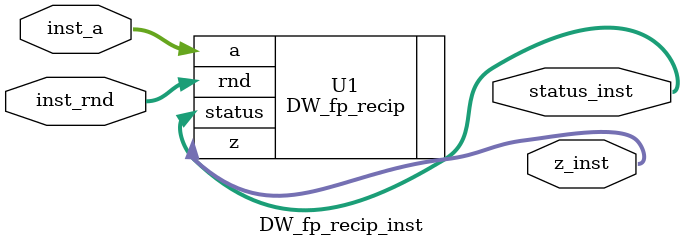
<source format=v>

module CNN(
    //Input Port
    clk,
    rst_n,
    in_valid,
    Img,
    Kernel,
	Weight,
    Opt,

    //Output Port
    out_valid,
    out
    );


//---------------------------------------------------------------------
//   PARAMETER
//---------------------------------------------------------------------

// IEEE floating point parameter
parameter inst_sig_width = 23;
parameter inst_exp_width = 8;
parameter inst_ieee_compliance = 0;
parameter inst_arch_type = 0;
parameter inst_arch = 0;
parameter inst_faithful_round = 0;

input rst_n, clk, in_valid;
input [inst_sig_width+inst_exp_width:0] Img, Kernel, Weight;
input [1:0] Opt;

output reg	out_valid;
output reg [inst_sig_width+inst_exp_width:0] out;


wire [31:0] pixel_out0;
wire [31:0] pixel_out1;
wire [31:0] pixel_out2;
wire [31:0] nxt_out0;
wire [31:0] nxt_out1;
wire [31:0] nxt_out2;
wire ready;


reg [6:0] input_cnt;
always @(posedge clk or negedge rst_n) begin
    if (!rst_n) input_cnt <= 7'd0;
    else begin
       if (in_valid) input_cnt <= input_cnt + 1'b1;
       else          input_cnt <= 7'd0;
    end
end


reg [1:0] s_opt; 
always @(posedge clk or negedge rst_n) begin
    if (!rst_n) s_opt <= 2'b0;
    else begin
        if (in_valid && input_cnt == 0) s_opt <= Opt;
        else                            s_opt <= s_opt;
    end
end
 

out_pixel pix1(
    .clk(clk), .rst_n(rst_n), .in_valid(in_valid), .Opt_0(s_opt[1]), .ready(ready), .reset_sig(out_valid), .pixel_in(Img),
    .pixel_out0(pixel_out0),
    .pixel_out1(pixel_out1), .pixel_out2(pixel_out2),
    .nxt_out0(nxt_out0),
    .nxt_out1(nxt_out1), .nxt_out2(nxt_out2)
);

wire [31:0] k00, k01, k02;
wire [31:0] k10, k11, k12;
wire [31:0] k20, k21, k22;
wire [31:0] nxt_k00, nxt_k01;
wire [31:0] nxt_k10, nxt_k11;
wire [31:0] nxt_k20, nxt_k21;

out_kernel k1(
    .clk(clk), .rst_n(rst_n), .in_valid(in_valid), .reset_sig(out_valid), .kernel_in(Kernel),
    .nxt_k00(nxt_k00), .nxt_k01(nxt_k01),
    .nxt_k10(nxt_k10), .nxt_k11(nxt_k11),
    .nxt_k20(nxt_k20), .nxt_k21(nxt_k21), .k00(k00), .k01(k01), .k02(k02),
    .k10(k10), .k11(k11), .k12(k12),
    .k20(k20), .k21(k21), .k22(k22)
);

wire [31:0] sum;
out_pearray pa1(
    .clk(clk), .rst_n(rst_n), .PE_in_en(ready),
    .k00(k00), .k01(k01), .k02(k02),
    .k10(k10), .k11(k11), .k12(k12),
    .k20(k20), .k21(k21), .k22(k22),
    .nxt_k00(nxt_k00), .nxt_k01(nxt_k01), .nxt_k10(nxt_k10), .nxt_k11(nxt_k11),
    .nxt_k20(nxt_k20), .nxt_k21(nxt_k21),
    .pixel_in0(pixel_out0), .pixel_in1(pixel_out1), .pixel_in2(pixel_out2),
    .nxt_in0(nxt_out0), .nxt_in1(nxt_out1), .nxt_in2(nxt_out2),
    .sum(sum)
);

wire [31:0] conv_out;
wire [5:0] feature_cnt;
wire pooling_ready;
out_convolution cr1(
    .clk(clk), .rst_n(rst_n), .ready(ready), .reset_signal(out_valid), .sum(sum), .conv_out(conv_out), .feature_cnt(feature_cnt)
);



wire [31:0] out_pooling;
Max_pooling mp1(
    .clk(clk), .rst_n(rst_n), .feature_cnt(feature_cnt), .conv_out(conv_out), .reset_signal(out_valid),
    .out_pooling(out_pooling), .pooling_ready(pooling_ready)
);

wire [31:0] out_fc;
wire [3:0] fc_cnt;
FC_normal fc1(
    .clk(clk), .rst_n(rst_n), .weight(Weight), .out_pooling(out_pooling), .pooling_ready(pooling_ready), .input_cnt(input_cnt), 
    .in_valid(in_valid), .reset_signal(out_valid),
    .out_fc(out_fc), .fc_cnt(fc_cnt)
);

wire [31:0] biggest, smallest, min_max_output;
wire norm_ready;
Normalization N1(
    .clk(clk), .rst_n(rst_n), .reset_signal(in_valid), .out_fc(out_fc), .fc_cnt(fc_cnt), 
    .biggest(biggest), .smallest(smallest), .min_max_output(min_max_output), .norm_ready(norm_ready)
);



wire [31:0] act_out;
wire act_ready;
Activation A1(
    .clk(clk), .rst_n(rst_n), .biggest(biggest), .smallest(smallest), .min_max_output(min_max_output), .norm_ready(norm_ready), .s_opt(s_opt), .fc_cnt(fc_cnt),
    .act_ready(act_ready), .act_out(act_out)
);


always @ (posedge clk, negedge rst_n) begin
    if(!rst_n) begin
        out_valid <= 0;
        out <= 0;
    end
    else begin
        if(act_ready && !in_valid) begin
            out_valid <= 1;
            out <= act_out;
        end
        else begin
            out_valid <= 0;
            out <= 0;
        end
    end
end


endmodule

module out_pixel(
    clk, rst_n, in_valid, Opt_0, ready, reset_sig,
    pixel_in,
    pixel_out0,
    pixel_out1,
    pixel_out2,
    nxt_out0,
    nxt_out1,
    nxt_out2
);
input  clk, rst_n, in_valid, Opt_0, reset_sig; // Opt_0 = 1'b0 -> Replication Padding, Opt_0 = 1'b1 -> Zero Padding 
input  [31:0] pixel_in;
output reg [31:0] pixel_out0, pixel_out1, pixel_out2;
output reg [31:0] nxt_out0, nxt_out1, nxt_out2;
output reg ready;

reg [31:0] p11, p12, p13, p14;
reg [31:0] p21, p22, p23, p24;
reg [31:0] p31, p32, p33, p34;
reg [31:0] p41, p42, p43, p44;

reg [31:0] Corner0, Corner1, Corner2, Corner3; 
reg [31:0] Up0, Up1; 
reg [31:0] Down0, Down1; 
reg [31:0] Left0, Left1; 
reg [31:0] Right0, Right1; 

reg [3:0] in_cnt;
always @(posedge clk or negedge rst_n) begin
    if (!rst_n) in_cnt <= 4'd0;
    else begin
        if (in_valid) in_cnt <= in_cnt + 1'b1; 
        else          in_cnt <= 4'd0;
    end
end

always @* begin
    if (!Opt_0) begin
        Corner0 = 32'd0; Corner1 = 32'd0; Corner2 = 32'd0; Corner3 = 32'd0;
        Up0 = 32'd0; Up1 = 32'd0; Down0 = 32'd0; Down1 = 32'd0;
        Left0 = 32'd0; Left1 = 32'd0; Right0 = 32'd0; Right1 = 32'd0;
    end
    else begin
        Corner0 = p11; Corner1 = p14; Corner2 = p41; Corner3 = p44;
        Up0 = p12; Up1 = p13; Down0 = p42; Down1 = p43;
        Left0 = p21; Left1 = p31; Right0 = p24; Right1 = p34;
    end
end


reg [4:0] out_cnt;
always @(posedge clk or negedge rst_n) begin
    if (!rst_n) begin
        out_cnt <= 5'd0;
        ready   <= 1'b0;
    end
    else begin
        if (reset_sig) begin
            out_cnt <= 5'd0;
            ready   <= 1'b0;
        end
        else begin
            if (in_cnt < 4'd6 && !ready) begin // can start output data after in_cnt > 5
                out_cnt <= out_cnt;
                ready   <= ready;
            end
            else begin
                ready   <= 1'b1;
                if (out_cnt == 5'd18) out_cnt <= 5'd3;
                else                  out_cnt <= out_cnt + 1;
            end
        end
    end
end

always @* begin
    case (out_cnt)
        5'd1: begin
            pixel_out0 = Corner0; nxt_out0 = Up0;
            pixel_out1 = Corner0; nxt_out1 = p12;
            pixel_out2 = Left0; nxt_out2 = p22;
        end
        5'd2: begin
            pixel_out0 = Corner0;  nxt_out0 = Up1; 
            pixel_out1 = p11; nxt_out1 = p13;
            pixel_out2 = p21; nxt_out2 = p23;  
        end
        5'd3: begin
            pixel_out0 = Up0;  nxt_out0 = Corner1; 
            pixel_out1 = p12; nxt_out1 = p14;
            pixel_out2 = p22; nxt_out2 = p24;  
        end
        5'd4: begin
            pixel_out0 = Up1;  nxt_out0 = Corner1; 
            pixel_out1 = p13; nxt_out1 = Corner1;
            pixel_out2 = p23; nxt_out2 = Right0;  
        end
        5'd5: begin
            pixel_out0 = Corner1;  nxt_out0 = Corner0; 
            pixel_out1 = p14; nxt_out1 = Left0;
            pixel_out2 = p24; nxt_out2 = Left1;  
        end
        5'd6: begin
            pixel_out0 = Corner1; nxt_out0 = p11; 
            pixel_out1 = Corner1; nxt_out1 = p21;
            pixel_out2 = Right0; nxt_out2 = p31;  
        end
        5'd7: begin
            pixel_out0 = p12; nxt_out0 = p14; 
            pixel_out1 = p22; nxt_out1 = p24;
            pixel_out2 = p32; nxt_out2 = p34;  
        end
        5'd8: begin
            pixel_out0 = p13; nxt_out0 = Corner1; 
            pixel_out1 = p23; nxt_out1 = Right0;
            pixel_out2 = p33; nxt_out2 = Right1;  
        end
        5'd9: begin
            pixel_out0 = p14; nxt_out0 = Left0; 
            pixel_out1 = p24; nxt_out1 = Left1;
            pixel_out2 = p34; nxt_out2 = Corner2;  
        end
        5'd10: begin
            pixel_out0 = Corner1; nxt_out0 = p21; 
            pixel_out1 = Right0; nxt_out1 = p31;
            pixel_out2 = Right1; nxt_out2 = p41;  
        end
        5'd11: begin
            pixel_out0 = p22; nxt_out0 = p24; 
            pixel_out1 = p32; nxt_out1 = p34;
            pixel_out2 = p42; nxt_out2 = p44;  
        end
        5'd12: begin
            pixel_out0 = p23; nxt_out0 = Right0; 
            pixel_out1 = p33; nxt_out1 = Right1;
            pixel_out2 = p43; nxt_out2 = Corner3;  
        end
        5'd13: begin
            pixel_out0 = p24; nxt_out0 = Left1; 
            pixel_out1 = p34; nxt_out1 = Corner2;
            pixel_out2 = p44; nxt_out2 = Corner2;  
        end
        5'd14: begin
            pixel_out0 = Right0; nxt_out0 = p31; 
            pixel_out1 = Right1; nxt_out1 = p41;
            pixel_out2 = Corner3; nxt_out2 = Corner2;  
        end
        5'd15: begin
            pixel_out0 = p32; nxt_out0 = p34; 
            pixel_out1 = p42; nxt_out1 = p44;
            pixel_out2 = Down0;  nxt_out2 = Corner3;  
        end 
        5'd16: begin
            pixel_out0 = p33; nxt_out0 = Right1; 
            pixel_out1 = p43; nxt_out1 = Corner3;
            pixel_out2 = Down1;  nxt_out2 = Corner3;  
        end
        5'd17: begin
            pixel_out0 = p34; nxt_out0 = Corner0; 
            pixel_out1 = p44; nxt_out1 = Corner0;
            pixel_out2 = Corner3;  nxt_out2 = Left0;  
        end
        5'd18: begin
            pixel_out0 = Right1; nxt_out0 = Corner0; 
            pixel_out1 = Corner3; nxt_out1 = p11;
            pixel_out2 = Corner3; nxt_out2 = p21;  
        end
        default: begin
            pixel_out0 = 32'd0; nxt_out0 = 32'd0;
            pixel_out1 = 32'd0; nxt_out1 = 32'd0;
            pixel_out2 = 32'd0; nxt_out2 = 32'd0;  
        end
    endcase
end

always @(posedge clk or negedge rst_n) begin
    if (!rst_n) begin
        p11 <= 32'd0;  p12 <= 32'd0;  p13 <= 32'd0;  p14 <= 32'd0;
        p21 <= 32'd0;  p22 <= 32'd0;  p23 <= 32'd0;  p24 <= 32'd0;
        p31 <= 32'd0;  p32 <= 32'd0;  p33 <= 32'd0;  p34 <= 32'd0;
        p41 <= 32'd0;  p42 <= 32'd0;  p43 <= 32'd0;  p44 <= 32'd0;
    end
    else begin
        if (in_valid) begin
            case (in_cnt)
                4'd0 : p11 <= pixel_in;
                4'd1 : p12 <= pixel_in;
                4'd2 : p13 <= pixel_in;
                4'd3 : p14 <= pixel_in;
                4'd4 : p21 <= pixel_in;
                4'd5 : p22 <= pixel_in;
                4'd6 : p23 <= pixel_in;
                4'd7 : p24 <= pixel_in;
                4'd8 : p31 <= pixel_in;
                4'd9 : p32 <= pixel_in;
                4'd10: p33 <= pixel_in;
                4'd11: p34 <= pixel_in;
                4'd12: p41 <= pixel_in;
                4'd13: p42 <= pixel_in;
                4'd14: p43 <= pixel_in;
                4'd15: p44 <= pixel_in;
            endcase
        end
        else begin
            p11 <= p11;  p12 <= p12;  p13 <= p13;  p14 <= p14;
            p21 <= p21;  p22 <= p22;  p23 <= p23;  p24 <= p24;
            p31 <= p31;  p32 <= p32;  p33 <= p33;  p34 <= p34;
            p41 <= p41;  p42 <= p42;  p43 <= p43;  p44 <= p44;
        end
    end
end




endmodule

module out_kernel(
    clk, rst_n, in_valid, reset_sig,
    kernel_in,
    k00, k01, k02,
    k10, k11, k12,
    k20, k21, k22,
    nxt_k00, nxt_k01,
    nxt_k10, nxt_k11,
    nxt_k20, nxt_k21
);
input  clk, rst_n, in_valid, reset_sig; // Opt_0 = 1'b0 -> Replication Padding, Opt_0 = 1'b1 -> Zero Padding 
input  [31:0] kernel_in;
output reg [31:0] k00, k01, k02;
output reg [31:0] k10, k11, k12;
output reg [31:0] k20, k21, k22;
output reg [31:0] nxt_k00, nxt_k01;
output reg [31:0] nxt_k10, nxt_k11;
output reg [31:0] nxt_k20, nxt_k21;

// kernel
reg [31:0] k00_0, k01_0, k02_0;
reg [31:0] k10_0, k11_0, k12_0;
reg [31:0] k20_0, k21_0, k22_0;

reg [31:0] k00_1, k01_1, k02_1;
reg [31:0] k10_1, k11_1, k12_1;
reg [31:0] k20_1, k21_1, k22_1;

reg [31:0] k00_2, k01_2, k02_2;
reg [31:0] k10_2, k11_2, k12_2;
reg [31:0] k20_2, k21_2, k22_2;


reg [4:0] in_cnt;
always @(posedge clk or negedge rst_n) begin
    if (!rst_n) in_cnt <= 5'd0;
    else begin
        if (in_valid) begin 
            if (in_cnt < 5'd27) in_cnt <= in_cnt + 1'b1;
            else                in_cnt <= in_cnt;
        end 
        else          in_cnt <= 5'd0;
    end
end

reg [5:0] out_cnt;
reg ready;
always @(posedge clk or negedge rst_n) begin
    if (!rst_n) begin
        out_cnt <= 6'd0;
        ready   <= 1'b0;
    end
    else begin
        if (reset_sig) begin
            out_cnt <= 6'd0;
            ready   <= 1'b0;
        end
        else begin
            if (in_cnt < 4'd6 && !ready) begin // can start output data after in_cnt > 5
                out_cnt <= out_cnt;
                ready   <= ready;
            end
            else begin
                ready   <= 1'b1;
                if (out_cnt == 6'd50) out_cnt <= 6'd3;
                else                  out_cnt <= out_cnt + 1;
            end
        end 
    end
end

always @* begin
    case (out_cnt)
        6'd1, 6'd2, 6'd3, 6'd4, 6'd5, 6'd6, 6'd7, 6'd8, 6'd9, 6'd10,
        6'd11, 6'd12, 6'd13, 6'd14, 6'd15, 6'd16, 6'd17, 6'd18: begin
            k00 = k00_0; k01 = k01_0; k02 = k02_0;
            k10 = k10_0; k11 = k11_0; k12 = k12_0;
            k20 = k20_0; k21 = k21_0; k22 = k22_0;
            nxt_k00 = k00_1; nxt_k01 = k01_1;
            nxt_k10 = k10_1; nxt_k11 = k11_1;
            nxt_k20 = k20_1; nxt_k21 = k21_1;
        end
        6'd19, 6'd20, 6'd21, 6'd22, 6'd23, 6'd24, 6'd25, 6'd26, 6'd27, 6'd28, 
        6'd29, 6'd30, 6'd31, 6'd32, 6'd33, 6'd34: begin
            k00 = k00_1; k01 = k01_1; k02 = k02_1;
            k10 = k10_1; k11 = k11_1; k12 = k12_1;
            k20 = k20_1; k21 = k21_1; k22 = k22_1;
            nxt_k00 = k00_2; nxt_k01 = k01_2;
            nxt_k10 = k10_2; nxt_k11 = k11_2;
            nxt_k20 = k20_2; nxt_k21 = k21_2;
        end
        6'd35, 6'd36, 6'd37, 6'd38, 6'd39, 6'd40, 6'd41, 6'd42, 6'd43, 6'd44,
        6'd45, 6'd46, 6'd47, 6'd48, 6'd49, 6'd50: begin
            k00 = k00_2; k01 = k01_2; k02 = k02_2;
            k10 = k10_2; k11 = k11_2; k12 = k12_2;
            k20 = k20_2; k21 = k21_2; k22 = k22_2;
            nxt_k00 = k00_0; nxt_k01 = k01_0;
            nxt_k10 = k10_0; nxt_k11 = k11_0;
            nxt_k20 = k20_0; nxt_k21 = k21_0;
        end
        default: begin
            k00 = 32'd0; k01 = 32'd0; k02 = 32'd0;
            k10 = 32'd0; k11 = 32'd0; k12 = 32'd0;
            k20 = 32'd0; k21 = 32'd0; k22 = 32'd0;
            nxt_k00 = 32'd0; nxt_k01 = 32'd0;
            nxt_k10 = 32'd0; nxt_k11 = 32'd0;
            nxt_k20 = 32'd0; nxt_k21 = 32'd0;
        end
    endcase
end


always @(posedge clk or negedge rst_n) begin
    if (!rst_n) begin
        k00_0 <= 32'd0; k01_0 <= 32'd0; k02_0 <= 32'd0;
        k10_0 <= 32'd0; k11_0 <= 32'd0; k12_0 <= 32'd0;
        k20_0 <= 32'd0; k21_0 <= 32'd0; k22_0 <= 32'd0;
        
        k00_1 <= 32'd0; k01_1 <= 32'd0; k02_1 <= 32'd0;
        k10_1 <= 32'd0; k11_1 <= 32'd0; k12_1 <= 32'd0;
        k20_1 <= 32'd0; k21_1 <= 32'd0; k22_1 <= 32'd0;
        
        k00_2 <= 32'd0; k01_2 <= 32'd0; k02_2 <= 32'd0;
        k10_2 <= 32'd0; k11_2 <= 32'd0; k12_2 <= 32'd0;
        k20_2 <= 32'd0; k21_2 <= 32'd0; k22_2 <= 32'd0;
    end
    else begin
        if (in_valid) begin
            case (in_cnt)
                5'd0 : k00_0 <= kernel_in;
                5'd1 : k01_0 <= kernel_in;
                5'd2 : k02_0 <= kernel_in;
                5'd3 : k10_0 <= kernel_in;
                5'd4 : k11_0 <= kernel_in;
                5'd5 : k12_0 <= kernel_in;
                5'd6 : k20_0 <= kernel_in;
                5'd7 : k21_0 <= kernel_in;
                5'd8 : k22_0 <= kernel_in;
                5'd9 : k00_1 <= kernel_in;
                5'd10: k01_1 <= kernel_in;
                5'd11: k02_1 <= kernel_in;
                5'd12: k10_1 <= kernel_in;
                5'd13: k11_1 <= kernel_in;
                5'd14: k12_1 <= kernel_in;
                5'd15: k20_1 <= kernel_in;
                5'd16: k21_1 <= kernel_in;
                5'd17: k22_1 <= kernel_in;
                5'd18: k00_2 <= kernel_in;
                5'd19: k01_2 <= kernel_in;
                5'd20: k02_2 <= kernel_in;
                5'd21: k10_2 <= kernel_in;
                5'd22: k11_2 <= kernel_in;
                5'd23: k12_2 <= kernel_in;
                5'd24: k20_2 <= kernel_in;
                5'd25: k21_2 <= kernel_in;
                5'd26: k22_2 <= kernel_in;
                default: begin
                    k00_0 <= k00_0; k01_0 <= k01_0; k02_0 <= k02_0;
                    k10_0 <= k10_0; k11_0 <= k11_0; k12_0 <= k12_0;
                    k20_0 <= k20_0; k21_0 <= k21_0; k22_0 <= k22_0;
                    
                    k00_1 <= k00_1; k01_1 <= k01_1; k02_1 <= k02_1;
                    k10_1 <= k10_1; k11_1 <= k11_1; k12_1 <= k12_1;
                    k20_1 <= k20_1; k21_1 <= k21_1; k22_1 <= k22_1;
                    
                    k00_2 <= k00_2; k01_2 <= k01_2; k02_2 <= k02_2;
                    k10_2 <= k10_2; k11_2 <= k11_2; k12_2 <= k12_2;
                    k20_2 <= k20_2; k21_2 <= k21_2; k22_2 <= k22_2;
                end
            endcase
        end
        else begin
            k00_0 <= k00_0; k01_0 <= k01_0; k02_0 <= k02_0;
            k10_0 <= k10_0; k11_0 <= k11_0; k12_0 <= k12_0;
            k20_0 <= k20_0; k21_0 <= k21_0; k22_0 <= k22_0;
            
            k00_1 <= k00_1; k01_1 <= k01_1; k02_1 <= k02_1;
            k10_1 <= k10_1; k11_1 <= k11_1; k12_1 <= k12_1;
            k20_1 <= k20_1; k21_1 <= k21_1; k22_1 <= k22_1;
            
            k00_2 <= k00_2; k01_2 <= k01_2; k02_2 <= k02_2;
            k10_2 <= k10_2; k11_2 <= k11_2; k12_2 <= k12_2;
            k20_2 <= k20_2; k21_2 <= k21_2; k22_2 <= k22_2;
        end
    end
end



endmodule


module out_pearray(
    clk, rst_n, PE_in_en,
    k00, k01, k02,
    k10, k11, k12,
    k20, k21, k22,
    nxt_k00, nxt_k01,
    nxt_k10, nxt_k11,
    nxt_k20, nxt_k21,
    pixel_in0, pixel_in1, pixel_in2,
    nxt_in0, nxt_in1, nxt_in2,
    sum
);
input clk, rst_n, PE_in_en;
input [31:0] k00, k01, k02;
input [31:0] k10, k11, k12;
input [31:0] k20, k21, k22;
input [31:0] nxt_k00, nxt_k01;
input [31:0] nxt_k10, nxt_k11;
input [31:0] nxt_k20, nxt_k21;
input [31:0] pixel_in0, pixel_in1, pixel_in2;
input [31:0] nxt_in0, nxt_in1, nxt_in2;
output [31:0] sum;

reg [31:0] kernel_00, kernel_01;
reg [31:0] kernel_10, kernel_11;
reg [31:0] kernel_20, kernel_21;


wire [31:0] bias_L1 [0:2], bias_L2 [0:2], bias_L3 [0:2];
reg [31:0] p00, p01, p02;
reg [31:0] p10, p11, p12;
reg [31:0] p20, p21, p22;



reg [4:0] pe_cnt;
always @(posedge clk or negedge rst_n) begin
    if (!rst_n) pe_cnt <= 5'd0;
    else begin
        if (PE_in_en) begin
            if (pe_cnt == 5'd17) pe_cnt <= 5'd2;
            else                 pe_cnt <= pe_cnt + 1;
        end
        else pe_cnt <= 5'd0;
    end
end

reg [31:0] pixel_00, pixel_10, pixel_20;
always @* begin
    if (pe_cnt <= 5'd3) begin
        pixel_00 = pixel_in0;
        pixel_10 = pixel_in1;
        pixel_20 = pixel_in2;    
    end
    else begin
        if (~pe_cnt[1]) begin // 00 or 01
            pixel_00 = nxt_in0;
            pixel_10 = nxt_in1;
            pixel_20 = nxt_in2; 
        end
        else begin
            pixel_00 = pixel_in0;
            pixel_10 = pixel_in1;
            pixel_20 = pixel_in2;         
        end
    end
end

always @* begin
    case (pe_cnt)
        6'd0, 6'd1, 6'd2, 6'd3, 6'd4, 6'd5, 6'd6, 6'd7, 6'd8, 6'd9, 
        6'd10, 6'd11, 6'd12, 6'd13, 6'd14, 6'd15: begin
            kernel_00 = k00; kernel_01 = k01; 
            kernel_10 = k10; kernel_11 = k11; 
            kernel_20 = k20; kernel_21 = k21; 
        end
        6'd16: begin
            kernel_00 = nxt_k00; kernel_01 = k01;
            kernel_10 = nxt_k10; kernel_11 = k11; 
            kernel_20 = nxt_k20; kernel_21 = k21;
        end
        6'd17: begin
            kernel_00 = nxt_k00; kernel_01 = nxt_k01;
            kernel_10 = nxt_k10; kernel_11 = nxt_k11;
            kernel_20 = nxt_k20; kernel_21 = nxt_k21;
        end
        default: begin
            kernel_00 = 32'd0; kernel_01 = 32'd0;
            kernel_10 = 32'd0; kernel_11 = 32'd0;
            kernel_20 = 32'd0; kernel_21 = 32'd0;
        end
    endcase
end


reg [31:0] pixel_01, pixel_11, pixel_21;
always @* begin
    if (pe_cnt <= 5'd3) begin
        pixel_01 = pixel_in0;
        pixel_11 = pixel_in1;
        pixel_21 = pixel_in2;    
    end
    else begin
        if (pe_cnt[1:0] == 2'b01) begin
            pixel_01 = nxt_in0;
            pixel_11 = nxt_in1;
            pixel_21 = nxt_in2; 
        end
        else begin
            pixel_01 = pixel_in0;
            pixel_11 = pixel_in1;
            pixel_21 = pixel_in2;         
        end
    end
end



always @(posedge clk or negedge rst_n) begin
    if (!rst_n) begin
        p00 <= 32'd0; p01 <= 32'd0; p02 <= 32'd0;
        p10 <= 32'd0; p11 <= 32'd0; p12 <= 32'd0;
        p20 <= 32'd0; p21 <= 32'd0; p22 <= 32'd0;
    end
    else begin
        p00 <= bias_L1[0]; p01 <= bias_L2[0]; p02 <= bias_L3[0];
        p10 <= bias_L1[1]; p11 <= bias_L2[1]; p12 <= bias_L3[1];
        p20 <= bias_L1[2]; p21 <= bias_L2[2]; p22 <= bias_L3[2];
    end
end

wire [31:0] PE01_out, PE11_out, PE21_out;
DW_fp_mult_inst PE00( .pixel(pixel_00), .kernel(kernel_00), .out(bias_L1[0]) );
DW_fp_mult_inst PE10( .pixel(pixel_10), .kernel(kernel_10), .out(bias_L1[1]) );
DW_fp_mult_inst PE20( .pixel(pixel_20), .kernel(kernel_20), .out(bias_L1[2]) );

DW_fp_mult_inst PE01( .pixel(pixel_01), .kernel(kernel_01), .out(PE01_out) );
DW_fp_mult_inst PE11( .pixel(pixel_11), .kernel(kernel_11), .out(PE11_out) );
DW_fp_mult_inst PE21( .pixel(pixel_21), .kernel(kernel_21), .out(PE21_out) );

DW_fp_add_inst PE001( .inst_a(PE01_out), .inst_b(p00), .z_inst(bias_L2[0]) );
DW_fp_add_inst PE011( .inst_a(PE11_out), .inst_b(p10), .z_inst(bias_L2[1]) );
DW_fp_add_inst PE021( .inst_a(PE21_out), .inst_b(p20), .z_inst(bias_L2[2]) );



DW_fp_mac_inst PE02( .pixel(pixel_in0), .kernel(k02), .bias(p01), .out(bias_L3[0]) );
DW_fp_mac_inst PE12( .pixel(pixel_in1), .kernel(k12), .bias(p11), .out(bias_L3[1]) );
DW_fp_mac_inst PE22( .pixel(pixel_in2), .kernel(k22), .bias(p21), .out(bias_L3[2]) );

DW_fp_sum3_inst sum3( .a(p02), .b(p12), .c(p22), .d(sum) );

endmodule


module out_convolution(
    clk, rst_n, ready, reset_signal,
    sum, conv_out, feature_cnt
);
input ready, reset_signal;
input clk, rst_n;
input [31:0] sum;
output [31:0] conv_out;
output reg [5:0] feature_cnt;

reg [31:0] c00_0, c01_0, c02_0, c03_0;
reg [31:0] c10_0, c11_0, c12_0, c13_0;
reg [31:0] c20_0, c21_0, c22_0, c23_0;
reg [31:0] c30_0, c31_0, c32_0, c33_0;

reg [31:0] c00_1, c01_1, c02_1, c03_1;
reg [31:0] c10_1, c11_1, c12_1, c13_1;
reg [31:0] c20_1, c21_1, c22_1, c23_1;
reg [31:0] c30_1, c31_1, c32_1, c33_1;

always @(posedge clk, negedge rst_n) begin
    if(!rst_n) feature_cnt <= 0;
    else begin
        if(ready && feature_cnt < 50) feature_cnt <= feature_cnt + 1;
        else if(feature_cnt == 50 || reset_signal)    feature_cnt <= 0;    
        else                          feature_cnt <= feature_cnt;

    end

end

always @(posedge clk or negedge rst_n) begin
    if (!rst_n) begin
        c00_0 <= 32'd0; c01_0 <= 32'd0; c02_0 <= 32'd0; c03_0 <= 32'd0;
        c10_0 <= 32'd0; c11_0 <= 32'd0; c12_0 <= 32'd0; c13_0 <= 32'd0;
        c20_0 <= 32'd0; c21_0 <= 32'd0; c22_0 <= 32'd0; c23_0 <= 32'd0;
        c30_0 <= 32'd0; c31_0 <= 32'd0; c32_0 <= 32'd0; c33_0 <= 32'd0;
        
        c00_1 <= 32'd0; c01_1 <= 32'd0; c02_1 <= 32'd0; c03_1 <= 32'd0;
        c10_1 <= 32'd0; c11_1 <= 32'd0; c12_1 <= 32'd0; c13_1 <= 32'd0;
        c20_1 <= 32'd0; c21_1 <= 32'd0; c22_1 <= 32'd0; c23_1 <= 32'd0;
        c30_1 <= 32'd0; c31_1 <= 32'd0; c32_1 <= 32'd0; c33_1 <= 32'd0;
    end
    else begin
        c00_0 <= c01_0; c01_0 <= c02_0; c02_0 <= c03_0; c03_0 <= c10_0;
        c10_0 <= c11_0; c11_0 <= c12_0; c12_0 <= c13_0; c13_0 <= c20_0;
        c20_0 <= c21_0; c21_0 <= c22_0; c22_0 <= c23_0; c23_0 <= c30_0;
        c30_0 <= c31_0; c31_0 <= c32_0; c32_0 <= c33_0; c33_0 <= c00_1;
        
        c00_1 <= c01_1; c01_1 <= c02_1; c02_1 <= c03_1; c03_1 <= c10_1;
        c10_1 <= c11_1; c11_1 <= c12_1; c12_1 <= c13_1; c13_1 <= c20_1;
        c20_1 <= c21_1; c21_1 <= c22_1; c22_1 <= c23_1; c23_1 <= c30_1;
        c30_1 <= c31_1; c31_1 <= c32_1; c32_1 <= c33_1; c33_1 <= sum;
    end
end

DW_fp_sum3_inst sum_conv( .a(c00_0), .b(c00_1), .c(sum), .d(conv_out) );

endmodule

module Max_pooling (
    clk, rst_n, feature_cnt, conv_out, reset_signal,
    out_pooling, pooling_ready
);
input clk, rst_n, reset_signal;
input [31:0] conv_out;
input [5:0] feature_cnt;
output  [31:0] out_pooling;
output reg pooling_ready;

reg [31:0] a, b, c, d, e, f;
wire [31:0] big1, big2, small1, small2, small3, biggest;

always @(posedge clk, negedge rst_n) begin
    if(!rst_n) begin
        a <= 0;
        b <= 0;
        c <= 0;
        d <= 0;
        e <= 0;
        f <= 0;
    end
    else begin
        case(feature_cnt)
            8'd35: a <= conv_out;
            8'd36: b <= conv_out;
            8'd37: e <= conv_out;
            8'd38: f <= conv_out;
            8'd39: c <= conv_out;
            8'd40: d <= conv_out;
            8'd41: begin
                a <= e;
                b <= f;
                c <= conv_out;
            end
            8'd42: d <= conv_out;
            8'd43: a <= conv_out;
            8'd44: b <= conv_out;
            8'd45: e <= conv_out;
            8'd46: f <= conv_out;
            8'd47: c <= conv_out;
            8'd48: d <= conv_out;
            8'd49: begin
                a <= e;
                b <= f;
                c <= conv_out;
            end
            8'd50: d <= conv_out;
        endcase
    end
end


always @(posedge clk, negedge rst_n) begin
    if(!rst_n) pooling_ready <= 0;
    else begin
        if(feature_cnt == 40)     pooling_ready <= 1;
        else if(feature_cnt == 0) pooling_ready <= 0;
        else                      pooling_ready <= pooling_ready;
    end
    
                       
end

DW_fp_cmp_inst dw1(.inst_a(a), .inst_b(b), .z0_inst(small1), .z1_inst(big1));
DW_fp_cmp_inst dw2(.inst_a(c), .inst_b(d), .z0_inst(small2), .z1_inst(big2));
DW_fp_cmp_inst dw3(.inst_a(big1), .inst_b(big2), .z0_inst(small2), .z1_inst(out_pooling));

endmodule


module FC_normal(
    clk, rst_n, weight, out_pooling, pooling_ready, input_cnt, in_valid, reset_signal,
    out_fc, fc_cnt
);
input clk, rst_n, pooling_ready, in_valid, reset_signal;
input [6:0] input_cnt;
input [31:0] out_pooling, weight;
output [31:0] out_fc;
output reg [3:0] fc_cnt;

reg [31:0] out_pooling_reg;
always @(posedge clk,negedge rst_n) begin
    if(!rst_n) out_pooling_reg <= 0;
    else       out_pooling_reg <= out_pooling;
end

//存weight
reg [31:0] w11, w12, w21, w22;
always @(posedge clk,negedge rst_n) begin
    if(!rst_n) begin
        w11 <= 0;
        w12 <= 0;
        w21 <= 0;
        w22 <= 0;
    end
    else begin
        if(in_valid) begin
            case(input_cnt)
                7'd0: w11 <= weight;
                7'd1: w12 <= weight;
                7'd2: w21 <= weight;
                7'd3: w22 <= weight;
                default: begin
                      w11 <= w11;
                      w12 <= w12;
                      w21 <= w21;
                      w22 <= w22;
                end
            endcase
        end
        else begin
            w11 <= w11;
            w12 <= w12;
            w21 <= w21;
            w22 <= w22;
        end
    end
end
/////


always @ (posedge clk, negedge rst_n) begin
    if(!rst_n) fc_cnt <= 1;
    else begin
        if(reset_signal)       fc_cnt <= 1;
        else if(pooling_ready) fc_cnt <= fc_cnt + 1;
        else                   fc_cnt <= 1;
    end
end

wire [31:0] mult1;
assign mult1 = ((fc_cnt == 2) || (fc_cnt == 4) || (fc_cnt == 10) || (fc_cnt == 12)) ? out_pooling_reg : out_pooling;

reg [31:0] mult2;
always @* begin
    case(fc_cnt)
        5'd1: mult2 = w11;
        5'd2: mult2 = w12;
        5'd3: mult2 = w21;
        5'd4: mult2 = w22;
        5'd9: mult2 = w11;
        5'd10: mult2 = w12;
        5'd11: mult2 = w21;
        5'd12: mult2 = w22;
        default : mult2 = 0;
    endcase
end



reg [31:0] mult_temp1, mult_temp2;
wire [31:0] adder_input;
wire [31:0] mult_out;

always @(posedge clk, negedge rst_n) begin
    if(!rst_n) begin
        mult_temp1 <= 0;
        mult_temp2 <= 0;
    end
    else begin
        if((fc_cnt == 1) || (fc_cnt == 3) || (fc_cnt == 9) || (fc_cnt == 11)) mult_temp1 <= mult_out;
        else                                                                  mult_temp1 <= mult_temp1;

        if((fc_cnt == 2) || (fc_cnt == 4) || (fc_cnt == 10) || (fc_cnt == 12)) mult_temp2 <= mult_out;
        else                                                                   mult_temp2 <= mult_temp2;
    end
end

assign adder_input = ((fc_cnt == 3) || (fc_cnt == 11)) ? mult_temp1 : mult_temp2;

wire [2:0] inst_rnd = 3'b000;
wire [7:0] status_inst;
parameter inst_sig_width = 23;
parameter inst_exp_width = 8;
parameter inst_ieee_compliance = 0;



DW_fp_mult_inst dw11( .pixel(mult1), .kernel(mult2), .out(mult_out));
DW_fp_add_inst  dw22( .inst_a(mult_out), .inst_b(adder_input), .z_inst(out_fc));

endmodule 


module Normalization(
    clk, rst_n, reset_signal, out_fc, fc_cnt, 
    biggest, smallest, min_max_output, norm_ready
);

input clk, rst_n, reset_signal;
input [31:0] out_fc;
input [3:0] fc_cnt;
output [31:0] biggest, smallest;
output reg  norm_ready;
output reg [31:0]min_max_output;

reg [31:0] F1, F2, F3, F4;

always @ (posedge clk, negedge rst_n)begin
    if(!rst_n) norm_ready <= 0;
    else begin
        if(reset_signal) norm_ready <= 0;
        else if(fc_cnt == 12) norm_ready <= 1;
        else             norm_ready <= norm_ready;
    end
end




wire [31:0] f1;
assign f1 = (fc_cnt == 3) ? out_fc : 0;

always @(posedge clk, negedge rst_n) begin
    if(!rst_n) begin
        F1 <= 0;
        F2 <= 0;
        F3 <= 0;
        F4 <= 0;
    end
    else begin
        case(fc_cnt)
            5'd3:  F1 <= out_fc;
            5'd4:  F2 <= out_fc;
            5'd11: F3 <= out_fc;
            5'd12: F4 <= out_fc;
            default : begin
                F1 <= F1;
                F2 <= F2;
                F3 <= F3;
                F4 <= F4;
            end
        endcase
    end
end

reg [31:0] a_big_input, a_small_input;


always @ (posedge clk, negedge rst_n) begin
    if(!rst_n) begin
         a_big_input <= 0;
         a_small_input <= 0;
    end
    else begin
        if(fc_cnt == 5'd3 ) begin
            a_big_input <= out_fc;
            a_small_input <= out_fc;
        end
        else if((fc_cnt == 5'd4) || (fc_cnt == 5'd11) ||(fc_cnt == 5'd12)) begin
            a_big_input <= biggest;
            a_small_input <= smallest;
        end
        else begin
            a_big_input <= a_big_input;
            a_small_input <= a_small_input;
        end
    end
end


reg [2:0] cnt;

always @ (posedge clk, negedge rst_n) begin
    if(!rst_n) cnt <= 0;
    else begin
        if(norm_ready) cnt <= cnt + 1;
        else           cnt <= 0;
    end
end

always @* begin
    if(norm_ready) begin
        if(cnt == 0) begin
            min_max_output = F1;
        end
        else if(cnt == 1) begin
           min_max_output = F2;
        end
        else if(cnt == 2) begin
           min_max_output = F3;
        end
        else if(cnt == 3) begin
           min_max_output = F4;
        end
        else begin
            min_max_output = 0;
        end
    end
    else begin
        min_max_output = F1;
    end
end

wire [31:0] z00, z11;
DW_fp_cmp_inst cmpBIG( .inst_a(a_big_input), .inst_b(out_fc), .z0_inst(z00), .z1_inst(biggest));
DW_fp_cmp_inst cmpSMALL( .inst_a(a_small_input), .inst_b(out_fc), .z0_inst(smallest), .z1_inst(z11));

endmodule


module Activation(
    clk, rst_n, biggest, smallest, min_max_output, norm_ready, s_opt, fc_cnt,
    act_ready, act_out
);
input [3:0] fc_cnt;
input clk, rst_n, norm_ready;
input [1:0] s_opt;
input [31:0] biggest, smallest, min_max_output;
output reg act_ready;
output reg [31:0] act_out;

reg [31:0] Max, Min;

always @ (posedge clk, negedge rst_n) begin
    if(!rst_n) begin
        Max <= 0;
        Min <= 0;
    end
    else begin
        if(fc_cnt == 12) begin
            Max <= biggest;
            Min <= smallest;
        end
    end
end


reg [3:0] cnt;
always @(posedge clk, negedge rst_n) begin
    if(!rst_n) cnt <= 0;
    else begin
        if(norm_ready) begin
            if(cnt < 10) cnt <= cnt + 1;
            else         cnt <= 0;
        end
        else           cnt <= 0;
    end
end

wire [31:0] out_exp, out_exp_neg;
reg [31:0] pos_exp_reg1, neg_exp_reg1, pos_exp_reg2, neg_exp_reg2;
always @(posedge clk, negedge rst_n) begin
    if(!rst_n) begin
        pos_exp_reg1 <= 0;
        neg_exp_reg1 <= 0;
    end
    else begin
        pos_exp_reg1 <= out_exp;
        neg_exp_reg1 <= out_exp_neg;
    end
end

always @(posedge clk, negedge rst_n) begin
    if(!rst_n) begin
        pos_exp_reg2 <= 0;
        neg_exp_reg2 <= 0;
    end
    else begin
        pos_exp_reg2 <= pos_exp_reg1;
        neg_exp_reg2 <= neg_exp_reg1;
    end
end

reg [31:0] plus_1_1, plus_1_2, plus_2_1, plus_2_2;
always @* begin
        case(cnt)
            5'd0, 5'd1, 5'd2, 5'd3: begin
                plus_1_1 = min_max_output;
                plus_1_2 = {!Min[31], Min[30:0]};
                plus_2_1 = Max;
                plus_2_2 = {!Min[31], Min[30:0]};
            end
            5'd4, 5'd5, 5'd6, 5'd7: begin
                case(s_opt)
                    2'd0: begin
                        plus_1_1 = min_max_output;
                        plus_1_2 = Min;
                        plus_2_1 = Max;
                        plus_2_2 = Min;
                    end
                    2'd1: begin
                        plus_1_1 = pos_exp_reg2;
                        plus_1_2 = {!neg_exp_reg2[31], neg_exp_reg2[30:0]};
                        plus_2_1 = pos_exp_reg2;
                        plus_2_2 = neg_exp_reg2;
                    end
                    2'd2: begin
                        plus_1_1 = 32'h3f800000;
                        plus_1_2 = 0;
                        plus_2_1 = 32'h3f800000;
                        plus_2_2 = neg_exp_reg2;
                    end
                    2'd3: begin
                        plus_1_1 = 0;
                        plus_1_2 = 0;
                        plus_2_1 = 32'h3f800000;
                        plus_2_2 = pos_exp_reg2;
                    end
                endcase
                
            end
            default: begin
                plus_1_1 = 0;
                plus_1_2 = 0;
                plus_2_1 = 0;
                plus_2_2 = 0;
            end
        endcase
end

wire [31:0] out_plus1, out_plus2;
reg [31:0] out_plus1_reg, out_plus2_reg;
always @(posedge clk, negedge rst_n) begin
    if(!rst_n) begin
        out_plus1_reg <= 0;
        out_plus2_reg <= 0;
    end
    else begin
        out_plus1_reg <= out_plus1;
        out_plus2_reg <= out_plus2;
    end
end



wire [31:0] out_division;
reg [31:0] out_division_reg;
always @ (posedge clk, negedge rst_n) begin
    if(!rst_n) begin
        out_division_reg <= 0;
    end
    else begin
        out_division_reg <= out_division;
    end
end

wire [31:0] out_ln;
reg [31:0] out_ln_reg;
always @ (posedge clk, negedge rst_n) begin
    if(!rst_n) out_ln_reg <= 0;
    else       out_ln_reg <= out_ln;
end



always @* begin
    if(s_opt == 0 && (cnt > 1 && cnt < 6)) begin
        act_ready = 1;
        act_out = (out_division_reg[31]) ? {!out_division_reg[31], out_division_reg[30:0]} : out_division_reg;
    end
    else if(s_opt !== 0 && (cnt > 5 && cnt < 10)) begin
        act_ready = 1;
        act_out = (s_opt == 3) ? out_ln_reg : out_division_reg ;
    end
    else begin
        act_ready = 0;
        act_out = 0;
    end
end


DW_fp_add_inst dwadd1( .inst_a(plus_1_1), .inst_b(plus_1_2), .z_inst(out_plus1) );
DW_fp_add_inst dwadd2( .inst_a(plus_2_1), .inst_b(plus_2_2), .z_inst(out_plus2) );


DW_fp_div_inst dwdiv1( .inst_a(out_plus1_reg), .inst_b(out_plus2_reg), .z_inst(out_division) ); // a/b
DW_fp_ln_inst dwln( .inst_a(out_plus2_reg), .z_inst(out_ln) );


wire [7:0] status_inst;
DW_fp_exp_inst dwexp1( .inst_a(out_division_reg), .z_inst(out_exp));
DW_fp_exp_inst dwexp2( .inst_a({!out_division_reg[31], out_division_reg[30:0]}), .z_inst(out_exp_neg));
endmodule





// z = a*b + c*d
module DW_fp_dp2_inst( inst_a, inst_b, inst_c, inst_d, z_inst );
parameter inst_sig_width = 23;
parameter inst_exp_width = 8;
parameter inst_ieee_compliance = 0;
parameter inst_arch_type = 0;
input [inst_sig_width+inst_exp_width : 0] inst_a;
input [inst_sig_width+inst_exp_width : 0] inst_b;
input [inst_sig_width+inst_exp_width : 0] inst_c;
input [inst_sig_width+inst_exp_width : 0] inst_d;
wire [2:0] inst_rnd = 3'b000;
output [inst_sig_width+inst_exp_width : 0] z_inst;
wire [7 : 0] status_inst;
// Instance of DW_fp_dp2
DW_fp_dp2 #(inst_sig_width, inst_exp_width, inst_ieee_compliance, inst_arch_type)
U1 (
.a(inst_a),
.b(inst_b),
.c(inst_c),
.d(inst_d),
.rnd(inst_rnd),
.z(z_inst),
.status(status_inst) );
endmodule

module DW_fp_add_inst( inst_a, inst_b, z_inst );
parameter inst_sig_width = 23;
parameter inst_exp_width = 8;
parameter inst_ieee_compliance = 0;
input [inst_sig_width+inst_exp_width : 0] inst_a;
input [inst_sig_width+inst_exp_width : 0] inst_b;
wire [2:0] inst_rnd = 3'b000;
output [inst_sig_width+inst_exp_width : 0] z_inst;
wire [7 : 0] status_inst;
// Instance of DW_fp_add
DW_fp_add #(inst_sig_width, inst_exp_width, inst_ieee_compliance)
U1 ( .a(inst_a), .b(inst_b), .rnd(inst_rnd), .z(z_inst), .status(status_inst) );
endmodule

module DW_fp_exp_inst( inst_a, z_inst );
parameter inst_sig_width = 23;
parameter inst_exp_width = 8;
parameter inst_ieee_compliance = 0;
parameter inst_arch = 0;
input [inst_sig_width+inst_exp_width : 0] inst_a;
output [inst_sig_width+inst_exp_width : 0] z_inst;
wire [7 : 0] status_inst;
// Instance of DW_fp_exp
DW_fp_exp #(inst_sig_width, inst_exp_width, inst_ieee_compliance, inst_arch) U1 (
.a(inst_a),
.z(z_inst),
.status(status_inst) );
endmodule

module DW_fp_sub_inst( inst_a, inst_b, z_inst );
parameter inst_sig_width = 23;
parameter inst_exp_width = 8;
parameter inst_ieee_compliance = 0;
input [inst_sig_width+inst_exp_width : 0] inst_a;
input [inst_sig_width+inst_exp_width : 0] inst_b;
wire [2:0] inst_rnd = 3'b000;
output [inst_sig_width+inst_exp_width : 0] z_inst;
wire [7 : 0] status_inst;
// Instance of DW_fp_sub
DW_fp_sub #(inst_sig_width, inst_exp_width, inst_ieee_compliance)
U1 ( .a(inst_a), .b(inst_b), .rnd(inst_rnd), .z(z_inst), .status(status_inst) );
endmodule

// z = a/b
module DW_fp_div_inst( inst_a, inst_b, z_inst );
parameter inst_sig_width = 23;
parameter inst_exp_width = 8;
parameter inst_ieee_compliance = 0;
parameter inst_faithful_round = 0;
input [inst_sig_width+inst_exp_width : 0] inst_a;
input [inst_sig_width+inst_exp_width : 0] inst_b;
wire [2:0] inst_rnd = 3'b000;
output [inst_sig_width+inst_exp_width : 0] z_inst;
wire [7 : 0] status_inst;
// Instance of DW_fp_div
DW_fp_div #(inst_sig_width, inst_exp_width, inst_ieee_compliance, inst_faithful_round) U1
( .a(inst_a), .b(inst_b), .rnd(inst_rnd), .z(z_inst), .status(status_inst)
);
endmodule

module DW_fp_cmp_inst( inst_a, inst_b, z0_inst, z1_inst);
parameter inst_sig_width = 23;
parameter inst_exp_width = 8;
parameter inst_ieee_compliance = 0;
input [inst_sig_width+inst_exp_width : 0] inst_a;
input [inst_sig_width+inst_exp_width : 0] inst_b;
wire inst_zctr = 1'b0; // the result: z0 < z1
wire aeqb_inst;
wire altb_inst;
wire agtb_inst;
wire unordered_inst;
output [inst_sig_width+inst_exp_width : 0] z0_inst;
output [inst_sig_width+inst_exp_width : 0] z1_inst;
wire [7 : 0] status0_inst;
wire [7 : 0] status1_inst;
// Instance of DW_fp_cmp

DW_fp_cmp #(inst_sig_width, inst_exp_width, inst_ieee_compliance) U1(
.a(inst_a), .b(inst_b), .zctr(inst_zctr), .aeqb(aeqb_inst), 
.altb(altb_inst), .agtb(agtb_inst), .unordered(unordered_inst), 
.z0(z0_inst), .z1(z1_inst), .status0(status0_inst), 
.status1(status1_inst) );
endmodule

// Instance of DW_fp_mac, return pixel*kernel + bias
module DW_fp_mac_inst( pixel, kernel, bias, out );
parameter inst_sig_width = 23;
parameter inst_exp_width = 8;
parameter inst_ieee_compliance = 0;
input [inst_sig_width+inst_exp_width : 0] pixel;
input [inst_sig_width+inst_exp_width : 0] kernel;
input [inst_sig_width+inst_exp_width : 0] bias;
output [inst_sig_width+inst_exp_width : 0] out;

wire [2:0] inst_rnd = 3'b000;
wire [7:0] status_inst;

DW_fp_mac #(inst_sig_width, inst_exp_width, inst_ieee_compliance) U1 (
    .a(pixel),
    .b(kernel),
    .c(bias),
    .rnd(inst_rnd),
    .z(out),
    .status(status_inst) 
);
endmodule

//  d = a + b + c
module DW_fp_sum3_inst( a, b, c, d );
parameter inst_sig_width = 23;
parameter inst_exp_width = 8;
parameter inst_ieee_compliance = 0;
parameter inst_arch_type = 0;
input [inst_sig_width+inst_exp_width : 0] a;
input [inst_sig_width+inst_exp_width : 0] b;
input [inst_sig_width+inst_exp_width : 0] c;
output [inst_sig_width+inst_exp_width : 0] d;
// Instance of DW_fp_sum3

wire [2:0] inst_rnd = 3'b000;
wire [7:0] status_inst;

DW_fp_sum3 #(inst_sig_width, inst_exp_width, inst_ieee_compliance, inst_arch_type) U1 (
.a(a), .b(b), .c(c), .rnd(inst_rnd), .z(d), .status(status_inst) );
endmodule

// c = a*b
module DW_fp_mult_inst( pixel, kernel, out );
parameter inst_sig_width = 23;
parameter inst_exp_width = 8;
parameter inst_ieee_compliance = 0;
input [inst_sig_width+inst_exp_width : 0] pixel;
input [inst_sig_width+inst_exp_width : 0] kernel;
output [inst_sig_width+inst_exp_width : 0] out;
// Instance of DW_fp_mult

wire [2:0] inst_rnd = 3'b000;
wire [7:0] status_inst;

DW_fp_mult #(inst_sig_width, inst_exp_width, inst_ieee_compliance) U1 ( 
.a(pixel), .b(kernel), .rnd(inst_rnd), .z(out), .status(status_inst) );
endmodule

module DW_fp_ln_inst( inst_a, z_inst );
parameter inst_sig_width = 23;
parameter inst_exp_width = 8;
parameter inst_ieee_compliance = 0;
parameter inst_arch = 0;
input [inst_sig_width+inst_exp_width : 0] inst_a;
output [inst_sig_width+inst_exp_width : 0] z_inst;
wire [7 : 0] status_inst;
// Instance of DW_fp_exp
DW_fp_ln #(inst_sig_width, inst_exp_width, inst_ieee_compliance, inst_arch) U1 (
.a(inst_a),
.z(z_inst),
.status(status_inst) );
endmodule

module DW_fp_recip_inst( inst_a, inst_rnd, z_inst, status_inst );
parameter inst_sig_width = 23;
parameter inst_exp_width = 8;
parameter inst_ieee_compliance = 0;
parameter inst_faithful_round = 1;

input [inst_sig_width+inst_exp_width : 0] inst_a;
input [2 : 0] inst_rnd;
output [inst_sig_width+inst_exp_width : 0] z_inst;
output [7 : 0] status_inst;

// Instance of DW_fp_recip
DW_fp_recip #(inst_sig_width, inst_exp_width, inst_ieee_compliance,
inst_faithful_round) U1 (
.a(inst_a),
.rnd(inst_rnd),
.z(z_inst),
.status(status_inst) );
endmodule
</source>
